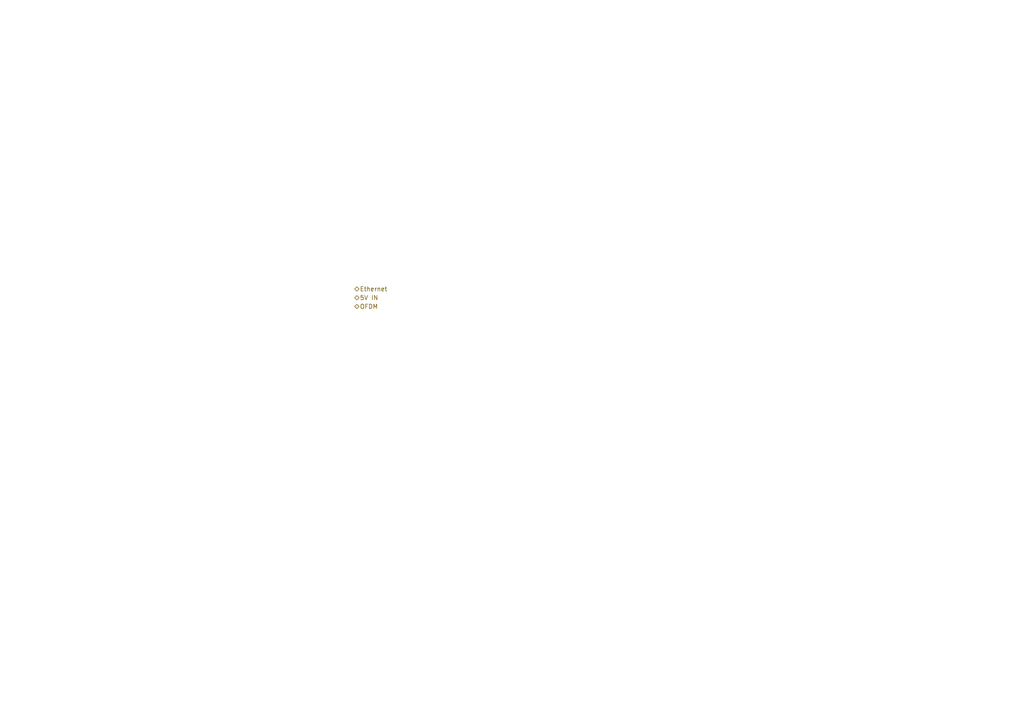
<source format=kicad_sch>
(kicad_sch (version 20230819) (generator eeschema)
  (paper "A4")
  (lib_symbols)
  (hierarchical_label "5V IN" (shape bidirectional) (at 102.87 86.36 0))
  (hierarchical_label "Ethernet" (shape bidirectional) (at 102.87 83.82 0))
  (hierarchical_label "OFDM" (shape bidirectional) (at 102.87 88.9 0))
)
</source>
